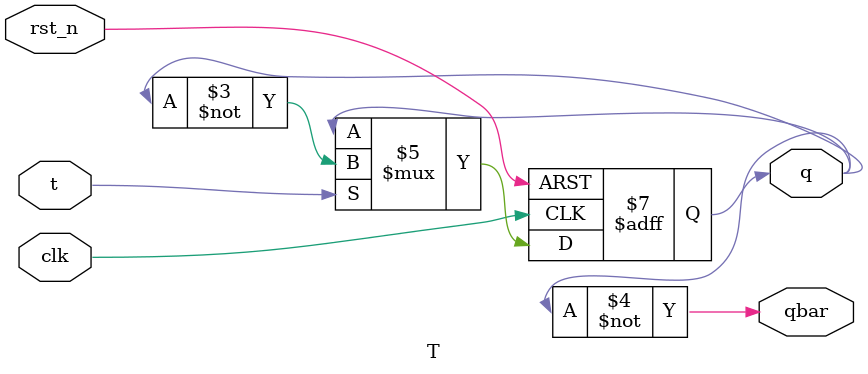
<source format=v>
module T(
    input t, rst_n, clk,
    output reg q,
    output wire qbar
    );
    
    always @(posedge clk or negedge rst_n) begin
        if(!rst_n)
            q <= 0;
        else if (t)
            q <= ~q;
    end

    assign qbar = ~q;
endmodule
</source>
